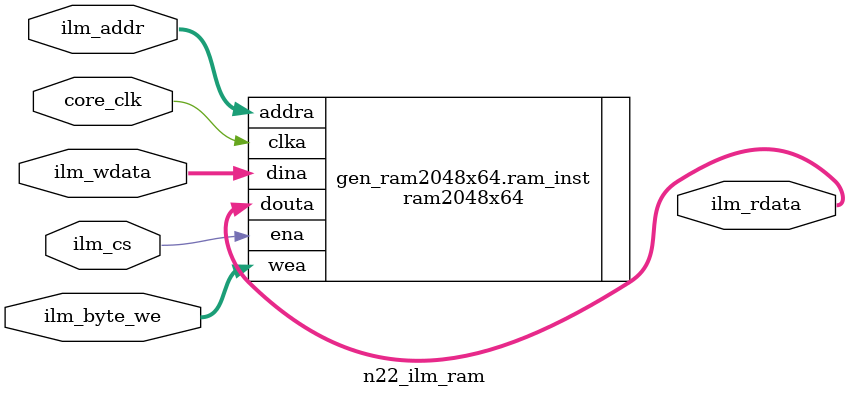
<source format=v>

module n22_ilm_ram (
		  core_clk,
		  ilm_cs,
		  ilm_addr,
		  ilm_byte_we,
		  ilm_wdata,
		  ilm_rdata
);
parameter ILM_RAM_AW = 11;
parameter ILM_RAM_DW = 64;
parameter ILM_RAM_BWEW = 8;
parameter ILM_ECC_TYPE = "none";

localparam ILM_DW           = ILM_RAM_BWEW*8;
localparam ILM_DATA_MSB     = ILM_DW-1;
localparam ILM_DATA_LSB     = 0;
localparam ILM_ECCW    	    = (ILM_DW == 64) ? 8 : (ILM_ECC_TYPE == "ecc" ? 7 : 4);
localparam ILM_ECC_CODE_LSB = ILM_DATA_MSB+1;
localparam ILM_ECC_CODE_MSB = ILM_ECC_CODE_LSB+ILM_ECCW-1;

input                   core_clk;
input                   ilm_cs;
input      [ILM_RAM_AW-1:0] ilm_addr;
input    [ILM_RAM_BWEW-1:0] ilm_byte_we;
input      [ILM_RAM_DW-1:0] ilm_wdata;
output     [ILM_RAM_DW-1:0] ilm_rdata;

wire                        ilm_word_we = |ilm_byte_we;



generate
if ((ILM_RAM_AW==7) && (ILM_RAM_DW==32)) begin : gen_ram128x32
	ram128x32 ram_inst (
		.clka	(core_clk),
		.ena	(ilm_cs),
		.wea	(ilm_byte_we),
		.addra	(ilm_addr),
		.dina	(ilm_wdata),
		.douta	(ilm_rdata)
	);
end
endgenerate

generate
if ((ILM_RAM_AW==7) && (ILM_RAM_DW==39)) begin : gen_ram128x39
	ram128x39 ram_inst (
		.clka	(core_clk),
		.ena	(ilm_cs),
		.wea	(ilm_word_we),
		.addra	(ilm_addr),
		.dina	(ilm_wdata),
		.douta	(ilm_rdata)
	);
end
endgenerate

generate
if ((ILM_RAM_AW==7) && (ILM_RAM_DW==64)) begin : gen_ram128x64
	ram128x64 ram_inst (
		.clka	(core_clk),
		.ena	(ilm_cs),
		.wea	(ilm_byte_we),
		.addra	(ilm_addr),
		.dina	(ilm_wdata),
		.douta	(ilm_rdata)
	);
end
endgenerate

generate
if ((ILM_RAM_AW==7) && (ILM_RAM_DW==72)) begin : gen_ram128x72
	ram128x72 ram_inst (
		.clka	(core_clk),
		.ena	(ilm_cs),
		.wea	({9{ilm_word_we}}),
		.addra	(ilm_addr),
		.dina	(ilm_wdata),
		.douta	(ilm_rdata)
	);
end
endgenerate

generate
if ((ILM_RAM_AW==8) && (ILM_RAM_DW==32)) begin : gen_ram256x32
	ram256x32 ram_inst (
		.clka	(core_clk),
		.ena	(ilm_cs),
		.wea	(ilm_byte_we),
		.addra	(ilm_addr),
		.dina	(ilm_wdata),
		.douta	(ilm_rdata)
	);
end
endgenerate

generate
if ((ILM_RAM_AW==8) && (ILM_RAM_DW==39)) begin : gen_ram256x39
	ram256x39 ram_inst (
		.clka	(core_clk),
		.ena	(ilm_cs),
		.wea	(ilm_word_we),
		.addra	(ilm_addr),
		.dina	(ilm_wdata),
		.douta	(ilm_rdata)
	);
end
endgenerate

generate
if ((ILM_RAM_AW==8) && (ILM_RAM_DW==64)) begin : gen_ram256x64
	ram256x64 ram_inst (
		.clka	(core_clk),
		.ena	(ilm_cs),
		.wea	(ilm_byte_we),
		.addra	(ilm_addr),
		.dina	(ilm_wdata),
		.douta	(ilm_rdata)
	);
end
endgenerate

generate
if ((ILM_RAM_AW==8) && (ILM_RAM_DW==72)) begin : gen_ram256x72
	ram256x72 ram_inst (
		.clka	(core_clk),
		.ena	(ilm_cs),
		.wea	({9{ilm_word_we}}),
		.addra	(ilm_addr),
		.dina	(ilm_wdata),
		.douta	(ilm_rdata)
	);
end
endgenerate

generate
if ((ILM_RAM_AW==9) && (ILM_RAM_DW==32)) begin : gen_ram512x32
	ram512x32 ram_inst (
		.clka	(core_clk),
		.ena	(ilm_cs),
		.wea	(ilm_byte_we),
		.addra	(ilm_addr),
		.dina	(ilm_wdata),
		.douta	(ilm_rdata)
	);
end
endgenerate

generate
if ((ILM_RAM_AW==9) && (ILM_RAM_DW==39)) begin : gen_ram512x39
	ram512x39 ram_inst (
		.clka	(core_clk),
		.ena	(ilm_cs),
		.wea	(ilm_word_we),
		.addra	(ilm_addr),
		.dina	(ilm_wdata),
		.douta	(ilm_rdata)
	);
end
endgenerate

generate
if ((ILM_RAM_AW==9) && (ILM_RAM_DW==64)) begin : gen_ram512x64
	ram512x64 ram_inst (
		.clka	(core_clk),
		.ena	(ilm_cs),
		.wea	(ilm_byte_we),
		.addra	(ilm_addr),
		.dina	(ilm_wdata),
		.douta	(ilm_rdata)
	);
end
endgenerate

generate
if ((ILM_RAM_AW==9) && (ILM_RAM_DW==72)) begin : gen_ram512x72
	ram512x72 ram_inst (
		.clka	(core_clk),
		.ena	(ilm_cs),
		.wea	({9{ilm_word_we}}),
		.addra	(ilm_addr),
		.dina	(ilm_wdata),
		.douta	(ilm_rdata)
	);
end
endgenerate

generate
if ((ILM_RAM_AW==10) && (ILM_RAM_DW==32)) begin : gen_ram1024x32
	ram1024x32 ram_inst (
		.clka	(core_clk),
		.ena	(ilm_cs),
		.wea	(ilm_byte_we),
		.addra	(ilm_addr),
		.dina	(ilm_wdata),
		.douta	(ilm_rdata)
	);
end
endgenerate

generate
if ((ILM_RAM_AW==10) && (ILM_RAM_DW==39)) begin : gen_ram1024x39
	ram1024x39 ram_inst (
		.clka	(core_clk),
		.ena	(ilm_cs),
		.wea	(ilm_word_we),
		.addra	(ilm_addr),
		.dina	(ilm_wdata),
		.douta	(ilm_rdata)
	);
end
endgenerate

generate
if ((ILM_RAM_AW==10) && (ILM_RAM_DW==64)) begin : gen_ram1024x64
	ram1024x64 ram_inst (
		.clka	(core_clk),
		.ena	(ilm_cs),
		.wea	(ilm_byte_we),
		.addra	(ilm_addr),
		.dina	(ilm_wdata),
		.douta	(ilm_rdata)
	);
end
endgenerate

generate
if ((ILM_RAM_AW==10) && (ILM_RAM_DW==72)) begin : gen_ram1024x72
	ram1024x72 ram_inst (
		.clka	(core_clk),
		.ena	(ilm_cs),
		.wea	({9{ilm_word_we}}),
		.addra	(ilm_addr),
		.dina	(ilm_wdata),
		.douta	(ilm_rdata)
	);
end
endgenerate

generate
if ((ILM_RAM_AW==11) && (ILM_RAM_DW==32)) begin : gen_ram2048x32
	ram2048x32 ram_inst (
		.clka	(core_clk),
		.ena	(ilm_cs),
		.wea	(ilm_byte_we),
		.addra	(ilm_addr),
		.dina	(ilm_wdata),
		.douta	(ilm_rdata)
	);
end
endgenerate

generate
if ((ILM_RAM_AW==11) && (ILM_RAM_DW==39)) begin : gen_ram2048x39
	ram2048x39 ram_inst (
		.clka	(core_clk),
		.ena	(ilm_cs),
		.wea	(ilm_word_we),
		.addra	(ilm_addr),
		.dina	(ilm_wdata),
		.douta	(ilm_rdata)
	);
end
endgenerate

generate
if ((ILM_RAM_AW==11) && (ILM_RAM_DW==64)) begin : gen_ram2048x64
	ram2048x64 ram_inst (
		.clka	(core_clk),
		.ena	(ilm_cs),
		.wea	(ilm_byte_we),
		.addra	(ilm_addr),
		.dina	(ilm_wdata),
		.douta	(ilm_rdata)
	);
end
endgenerate

generate
if ((ILM_RAM_AW==11) && (ILM_RAM_DW==72)) begin : gen_ram2048x72
	ram2048x72 ram_inst (
		.clka	(core_clk),
		.ena	(ilm_cs),
		.wea	({9{ilm_word_we}}),
		.addra	(ilm_addr),
		.dina	(ilm_wdata),
		.douta	(ilm_rdata)
	);
end
endgenerate

generate
if ((ILM_RAM_AW==12) && (ILM_RAM_DW==32)) begin : gen_ram4096x32
	ram4096x32 ram_inst (
		.clka	(core_clk),
		.ena	(ilm_cs),
		.wea	(ilm_byte_we),
		.addra	(ilm_addr),
		.dina	(ilm_wdata),
		.douta	(ilm_rdata)
	);
end
endgenerate

generate
if ((ILM_RAM_AW==12) && (ILM_RAM_DW==39)) begin : gen_ram4096x39
	ram4096x39 ram_inst (
		.clka	(core_clk),
		.ena	(ilm_cs),
		.wea	(ilm_word_we),
		.addra	(ilm_addr),
		.dina	(ilm_wdata),
		.douta	(ilm_rdata)
	);
end
endgenerate

generate
if ((ILM_RAM_AW==12) && (ILM_RAM_DW==64)) begin : gen_ram4096x64
	ram4096x64 ram_inst (
		.clka	(core_clk),
		.ena	(ilm_cs),
		.wea	(ilm_byte_we),
		.addra	(ilm_addr),
		.dina	(ilm_wdata),
		.douta	(ilm_rdata)
	);
end
endgenerate

generate
if ((ILM_RAM_AW==12) && (ILM_RAM_DW==72)) begin : gen_ram4096x72
	ram4096x72 ram_inst (
		.clka	(core_clk),
		.ena	(ilm_cs),
		.wea	({9{ilm_word_we}}),
		.addra	(ilm_addr),
		.dina	(ilm_wdata),
		.douta	(ilm_rdata)
	);
end
endgenerate

generate
if ((ILM_RAM_AW==13) && (ILM_RAM_DW==32)) begin : gen_ram8192x32
	ram8192x32 ram_inst (
		.clka	(core_clk),
		.ena	(ilm_cs),
		.wea	(ilm_byte_we),
		.addra	(ilm_addr),
		.dina	(ilm_wdata),
		.douta	(ilm_rdata)
	);
end
endgenerate

generate
if ((ILM_RAM_AW==13) && (ILM_RAM_DW==39)) begin : gen_ram8192x39
	ram8192x39 ram_inst (
		.clka	(core_clk),
		.ena	(ilm_cs),
		.wea	(ilm_word_we),
		.addra	(ilm_addr),
		.dina	(ilm_wdata),
		.douta	(ilm_rdata)
	);
end
endgenerate

generate
if ((ILM_RAM_AW==13) && (ILM_RAM_DW==64)) begin : gen_ram8192x64
	ram8192x64 ram_inst (
		.clka	(core_clk),
		.ena	(ilm_cs),
		.wea	(ilm_byte_we),
		.addra	(ilm_addr),
		.dina	(ilm_wdata),
		.douta	(ilm_rdata)
	);
end
endgenerate

generate
if ((ILM_RAM_AW==13) && (ILM_RAM_DW==72)) begin : gen_ram8192x72
	ram8192x72 ram_inst (
		.clka	(core_clk),
		.ena	(ilm_cs),
		.wea	({9{ilm_word_we}}),
		.addra	(ilm_addr),
		.dina	(ilm_wdata),
		.douta	(ilm_rdata)
	);
end
endgenerate

generate
if ((ILM_RAM_AW==14) && (ILM_RAM_DW==32)) begin : gen_ram16384x32
	ram16384x32 ram_inst (
		.clka	(core_clk),
		.ena	(ilm_cs),
		.wea	(ilm_byte_we),
		.addra	(ilm_addr),
		.dina	(ilm_wdata),
		.douta	(ilm_rdata)
	);
end
endgenerate

generate
if ((ILM_RAM_AW==14) && (ILM_RAM_DW==39)) begin : gen_ram16384x39
	ram16384x39 ram_inst (
		.clka	(core_clk),
		.ena	(ilm_cs),
		.wea	(ilm_word_we),
		.addra	(ilm_addr),
		.dina	(ilm_wdata),
		.douta	(ilm_rdata)
	);
end
endgenerate

generate
if ((ILM_RAM_AW==14) && (ILM_RAM_DW==64)) begin : gen_ram16384x64
	ram16384x64 ram_inst (
		.clka	(core_clk),
		.ena	(ilm_cs),
		.wea	(ilm_byte_we),
		.addra	(ilm_addr),
		.dina	(ilm_wdata),
		.douta	(ilm_rdata)
	);
end
endgenerate

generate
if ((ILM_RAM_AW==14) && (ILM_RAM_DW==72)) begin : gen_ram16384x72
	ram16384x72 ram_inst (
		.clka	(core_clk),
		.ena	(ilm_cs),
		.wea	({9{ilm_word_we}}),
		.addra	(ilm_addr),
		.dina	(ilm_wdata),
		.douta	(ilm_rdata)
	);
end
endgenerate

generate
if ((ILM_RAM_AW==15) && (ILM_RAM_DW==32)) begin : gen_ram32768x32
	ram32768x32 ram_inst (
		.clka	(core_clk),
		.ena	(ilm_cs),
		.wea	(ilm_byte_we),
		.addra	(ilm_addr),
		.dina	(ilm_wdata),
		.douta	(ilm_rdata)
	);
end
endgenerate

generate
if ((ILM_RAM_AW==15) && (ILM_RAM_DW==39)) begin : gen_ram32768x39
	ram32768x39 ram_inst (
		.clka	(core_clk),
		.ena	(ilm_cs),
		.wea	(ilm_word_we),
		.addra	(ilm_addr),
		.dina	(ilm_wdata),
		.douta	(ilm_rdata)
	);
end
endgenerate

generate
if ((ILM_RAM_AW==15) && (ILM_RAM_DW==64)) begin : gen_ram32768x64
	ram32768x64 ram_inst (
		.clka	(core_clk),
		.ena	(ilm_cs),
		.wea	(ilm_byte_we),
		.addra	(ilm_addr),
		.dina	(ilm_wdata),
		.douta	(ilm_rdata)
	);
end
endgenerate

generate
if ((ILM_RAM_AW==15) && (ILM_RAM_DW==72)) begin : gen_ram32768x72
	ram32768x72 ram_inst (
		.clka	(core_clk),
		.ena	(ilm_cs),
		.wea	({9{ilm_word_we}}),
		.addra	(ilm_addr),
		.dina	(ilm_wdata),
		.douta	(ilm_rdata)
	);
end
endgenerate

generate
if ((ILM_RAM_AW==16) && (ILM_RAM_DW==32)) begin : gen_ram65536x32
	ram65536x32 ram_inst (
		.clka	(core_clk),
		.ena	(ilm_cs),
		.wea	(ilm_byte_we),
		.addra	(ilm_addr),
		.dina	(ilm_wdata),
		.douta	(ilm_rdata)
	);
end
endgenerate

generate
if ((ILM_RAM_AW==16) && (ILM_RAM_DW==39)) begin : gen_ram65536x39
	ram65536x39 ram_inst (
		.clka	(core_clk),
		.ena	(ilm_cs),
		.wea	(ilm_word_we),
		.addra	(ilm_addr),
		.dina	(ilm_wdata),
		.douta	(ilm_rdata)
	);
end
endgenerate

generate
if ((ILM_RAM_AW==16) && (ILM_RAM_DW==64)) begin : gen_ram65536x64
	ram65536x64 ram_inst (
		.clka	(core_clk),
		.ena	(ilm_cs),
		.wea	(ilm_byte_we),
		.addra	(ilm_addr),
		.dina	(ilm_wdata),
		.douta	(ilm_rdata)
	);
end
endgenerate

generate
if ((ILM_RAM_AW==16) && (ILM_RAM_DW==72)) begin : gen_ram65536x72
	ram65536x72 ram_inst (
		.clka	(core_clk),
		.ena	(ilm_cs),
		.wea	({9{ilm_word_we}}),
		.addra	(ilm_addr),
		.dina	(ilm_wdata),
		.douta	(ilm_rdata)
	);
end
endgenerate

generate
if ((ILM_RAM_AW==17) && (ILM_RAM_DW==32)) begin : gen_ram131072x32
	ram131072x32 ram_inst (
		.clka	(core_clk),
		.ena	(ilm_cs),
		.wea	(ilm_byte_we),
		.addra	(ilm_addr),
		.dina	(ilm_wdata),
		.douta	(ilm_rdata)
	);
end
endgenerate

generate
if ((ILM_RAM_AW==17) && (ILM_RAM_DW==39)) begin : gen_ram131072x39
	ram131072x39 ram_inst (
		.clka	(core_clk),
		.ena	(ilm_cs),
		.wea	(ilm_word_we),
		.addra	(ilm_addr),
		.dina	(ilm_wdata),
		.douta	(ilm_rdata)
	);
end
endgenerate

generate
if ((ILM_RAM_AW==17) && (ILM_RAM_DW==64)) begin : gen_ram131072x64
	ram131072x64 ram_inst (
		.clka	(core_clk),
		.ena	(ilm_cs),
		.wea	(ilm_byte_we),
		.addra	(ilm_addr),
		.dina	(ilm_wdata),
		.douta	(ilm_rdata)
	);
end
endgenerate

generate
if ((ILM_RAM_AW==17) && (ILM_RAM_DW==72)) begin : gen_ram131072x72
	ram131072x72 ram_inst (
		.clka	(core_clk),
		.ena	(ilm_cs),
		.wea	({9{ilm_word_we}}),
		.addra	(ilm_addr),
		.dina	(ilm_wdata),
		.douta	(ilm_rdata)
	);
end
endgenerate


endmodule


</source>
